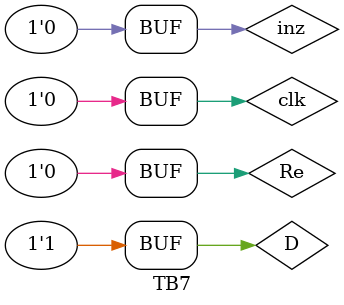
<source format=v>
`timescale 1ns/1ns
module TB7();
    reg D,inz,clk,Re;
    wire Q;
    DFF dfftb(.D(D) , .inz(inz) , .Re(Re) , .clk(clk) , .Q(Q));
    initial begin
        #50;
        {D,inz,clk,Re}=4'b1011; #50;
        {D,inz,clk,Re}=4'b1001; #50;
        {D,inz,clk,Re}=4'b0011; #50;
        {D,inz,clk,Re}=4'b0001; #50;
        {D,inz,clk,Re}=4'b1011; #50;
        {D,inz,clk,Re}=4'b1001; #50;

        {D,inz,clk,Re}=4'b1111; #50;
        {D,inz,clk,Re}=4'b1101; #50;

        {D,inz,clk,Re}=4'b1011; #50;
        {D,inz,clk,Re}=4'b1001; #50;

        {D,inz,clk,Re}=4'b1111; #50;
        {D,inz,clk,Re}=4'b1001; #50; //inz=0 so it looks like it shouldn't reset
        //but the value 1 doesn't propogate yet because of edge triggering

        //Re checking:
        {D,inz,clk,Re}=4'b1011; #50;
        {D,inz,clk,Re}=4'b1001; #50;
        {D,inz,clk,Re}=4'b1000; #50;
    end
    
endmodule
</source>
